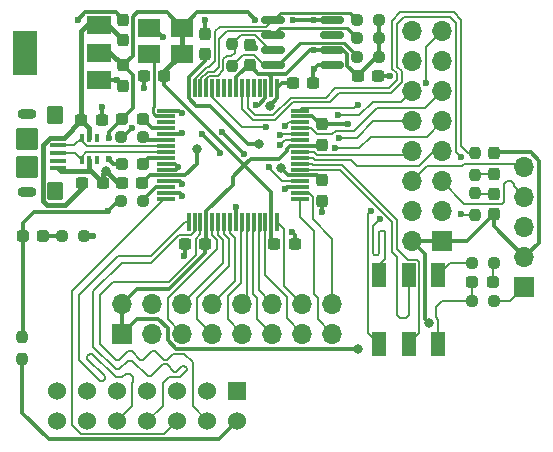
<source format=gtl>
G04 #@! TF.GenerationSoftware,KiCad,Pcbnew,7.0.8*
G04 #@! TF.CreationDate,2024-04-19T19:41:21-04:00*
G04 #@! TF.ProjectId,programmer,70726f67-7261-46d6-9d65-722e6b696361,rev?*
G04 #@! TF.SameCoordinates,Original*
G04 #@! TF.FileFunction,Copper,L1,Top*
G04 #@! TF.FilePolarity,Positive*
%FSLAX46Y46*%
G04 Gerber Fmt 4.6, Leading zero omitted, Abs format (unit mm)*
G04 Created by KiCad (PCBNEW 7.0.8) date 2024-04-19 19:41:21*
%MOMM*%
%LPD*%
G01*
G04 APERTURE LIST*
G04 Aperture macros list*
%AMRoundRect*
0 Rectangle with rounded corners*
0 $1 Rounding radius*
0 $2 $3 $4 $5 $6 $7 $8 $9 X,Y pos of 4 corners*
0 Add a 4 corners polygon primitive as box body*
4,1,4,$2,$3,$4,$5,$6,$7,$8,$9,$2,$3,0*
0 Add four circle primitives for the rounded corners*
1,1,$1+$1,$2,$3*
1,1,$1+$1,$4,$5*
1,1,$1+$1,$6,$7*
1,1,$1+$1,$8,$9*
0 Add four rect primitives between the rounded corners*
20,1,$1+$1,$2,$3,$4,$5,0*
20,1,$1+$1,$4,$5,$6,$7,0*
20,1,$1+$1,$6,$7,$8,$9,0*
20,1,$1+$1,$8,$9,$2,$3,0*%
G04 Aperture macros list end*
G04 #@! TA.AperFunction,SMDPad,CuDef*
%ADD10RoundRect,0.237500X-0.250000X-0.237500X0.250000X-0.237500X0.250000X0.237500X-0.250000X0.237500X0*%
G04 #@! TD*
G04 #@! TA.AperFunction,SMDPad,CuDef*
%ADD11RoundRect,0.237500X-0.300000X-0.237500X0.300000X-0.237500X0.300000X0.237500X-0.300000X0.237500X0*%
G04 #@! TD*
G04 #@! TA.AperFunction,ComponentPad*
%ADD12R,1.700000X1.700000*%
G04 #@! TD*
G04 #@! TA.AperFunction,ComponentPad*
%ADD13O,1.700000X1.700000*%
G04 #@! TD*
G04 #@! TA.AperFunction,SMDPad,CuDef*
%ADD14RoundRect,0.237500X-0.237500X0.250000X-0.237500X-0.250000X0.237500X-0.250000X0.237500X0.250000X0*%
G04 #@! TD*
G04 #@! TA.AperFunction,SMDPad,CuDef*
%ADD15RoundRect,0.237500X0.287500X0.237500X-0.287500X0.237500X-0.287500X-0.237500X0.287500X-0.237500X0*%
G04 #@! TD*
G04 #@! TA.AperFunction,SMDPad,CuDef*
%ADD16R,2.000000X1.500000*%
G04 #@! TD*
G04 #@! TA.AperFunction,SMDPad,CuDef*
%ADD17R,2.000000X3.800000*%
G04 #@! TD*
G04 #@! TA.AperFunction,SMDPad,CuDef*
%ADD18RoundRect,0.237500X0.237500X-0.287500X0.237500X0.287500X-0.237500X0.287500X-0.237500X-0.287500X0*%
G04 #@! TD*
G04 #@! TA.AperFunction,SMDPad,CuDef*
%ADD19RoundRect,0.237500X0.300000X0.237500X-0.300000X0.237500X-0.300000X-0.237500X0.300000X-0.237500X0*%
G04 #@! TD*
G04 #@! TA.AperFunction,SMDPad,CuDef*
%ADD20RoundRect,0.150000X-0.825000X-0.150000X0.825000X-0.150000X0.825000X0.150000X-0.825000X0.150000X0*%
G04 #@! TD*
G04 #@! TA.AperFunction,SMDPad,CuDef*
%ADD21R,1.200000X2.000000*%
G04 #@! TD*
G04 #@! TA.AperFunction,SMDPad,CuDef*
%ADD22RoundRect,0.237500X0.237500X-0.250000X0.237500X0.250000X-0.237500X0.250000X-0.237500X-0.250000X0*%
G04 #@! TD*
G04 #@! TA.AperFunction,SMDPad,CuDef*
%ADD23RoundRect,0.237500X0.250000X0.237500X-0.250000X0.237500X-0.250000X-0.237500X0.250000X-0.237500X0*%
G04 #@! TD*
G04 #@! TA.AperFunction,SMDPad,CuDef*
%ADD24RoundRect,0.237500X0.237500X-0.300000X0.237500X0.300000X-0.237500X0.300000X-0.237500X-0.300000X0*%
G04 #@! TD*
G04 #@! TA.AperFunction,SMDPad,CuDef*
%ADD25R,1.950000X1.650000*%
G04 #@! TD*
G04 #@! TA.AperFunction,SMDPad,CuDef*
%ADD26RoundRect,0.075000X-0.700000X-0.075000X0.700000X-0.075000X0.700000X0.075000X-0.700000X0.075000X0*%
G04 #@! TD*
G04 #@! TA.AperFunction,SMDPad,CuDef*
%ADD27RoundRect,0.075000X-0.075000X-0.700000X0.075000X-0.700000X0.075000X0.700000X-0.075000X0.700000X0*%
G04 #@! TD*
G04 #@! TA.AperFunction,SMDPad,CuDef*
%ADD28RoundRect,0.237500X-0.237500X0.287500X-0.237500X-0.287500X0.237500X-0.287500X0.237500X0.287500X0*%
G04 #@! TD*
G04 #@! TA.AperFunction,SMDPad,CuDef*
%ADD29RoundRect,0.237500X-0.237500X0.300000X-0.237500X-0.300000X0.237500X-0.300000X0.237500X0.300000X0*%
G04 #@! TD*
G04 #@! TA.AperFunction,SMDPad,CuDef*
%ADD30R,0.400000X0.650000*%
G04 #@! TD*
G04 #@! TA.AperFunction,SMDPad,CuDef*
%ADD31RoundRect,0.100000X-0.575000X0.100000X-0.575000X-0.100000X0.575000X-0.100000X0.575000X0.100000X0*%
G04 #@! TD*
G04 #@! TA.AperFunction,SMDPad,CuDef*
%ADD32RoundRect,0.250000X-0.450000X0.550000X-0.450000X-0.550000X0.450000X-0.550000X0.450000X0.550000X0*%
G04 #@! TD*
G04 #@! TA.AperFunction,SMDPad,CuDef*
%ADD33RoundRect,0.250000X-0.700000X0.700000X-0.700000X-0.700000X0.700000X-0.700000X0.700000X0.700000X0*%
G04 #@! TD*
G04 #@! TA.AperFunction,ComponentPad*
%ADD34O,1.600000X0.900000*%
G04 #@! TD*
G04 #@! TA.AperFunction,ComponentPad*
%ADD35R,1.530000X1.530000*%
G04 #@! TD*
G04 #@! TA.AperFunction,ComponentPad*
%ADD36C,1.530000*%
G04 #@! TD*
G04 #@! TA.AperFunction,ViaPad*
%ADD37C,0.600000*%
G04 #@! TD*
G04 #@! TA.AperFunction,ViaPad*
%ADD38C,0.800000*%
G04 #@! TD*
G04 #@! TA.AperFunction,Conductor*
%ADD39C,0.400000*%
G04 #@! TD*
G04 #@! TA.AperFunction,Conductor*
%ADD40C,0.300000*%
G04 #@! TD*
G04 #@! TA.AperFunction,Conductor*
%ADD41C,0.200000*%
G04 #@! TD*
G04 #@! TA.AperFunction,Conductor*
%ADD42C,0.127000*%
G04 #@! TD*
G04 #@! TA.AperFunction,Conductor*
%ADD43C,0.250000*%
G04 #@! TD*
G04 APERTURE END LIST*
D10*
X106487500Y-73956442D03*
X108312500Y-73956442D03*
D11*
X103096183Y-72492595D03*
X104821183Y-72492595D03*
D12*
X106560000Y-90600000D03*
D13*
X106560000Y-88060000D03*
X109100000Y-90600000D03*
X109100000Y-88060000D03*
X111640000Y-90600000D03*
X111640000Y-88060000D03*
X114180000Y-90600000D03*
X114180000Y-88060000D03*
X116720000Y-90600000D03*
X116720000Y-88060000D03*
X119260000Y-90600000D03*
X119260000Y-88060000D03*
X121800000Y-90600000D03*
X121800000Y-88060000D03*
X124340000Y-90600000D03*
X124340000Y-88060000D03*
D14*
X136400000Y-78700000D03*
X136400000Y-80525000D03*
D15*
X99868514Y-82330000D03*
X98118514Y-82330000D03*
D16*
X104618135Y-69099840D03*
X104618135Y-66799840D03*
X104618135Y-64499840D03*
D17*
X98318135Y-66799840D03*
D10*
X106478919Y-79322778D03*
X108303919Y-79322778D03*
D15*
X108270350Y-72400000D03*
X106520350Y-72400000D03*
D11*
X121000000Y-69400000D03*
X122725000Y-69400000D03*
D18*
X138000000Y-77087500D03*
X138000000Y-75337500D03*
D15*
X108279730Y-76190619D03*
X106529730Y-76190619D03*
D11*
X126475000Y-68800000D03*
X128200000Y-68800000D03*
D19*
X113600000Y-83000000D03*
X111875000Y-83000000D03*
D10*
X126462500Y-64000000D03*
X128287500Y-64000000D03*
D20*
X119325000Y-64032500D03*
X119325000Y-65302500D03*
X119325000Y-66572500D03*
X119325000Y-67842500D03*
X124275000Y-67842500D03*
X124275000Y-66572500D03*
X124275000Y-65302500D03*
X124275000Y-64032500D03*
D21*
X128300000Y-85628958D03*
X130800000Y-85628958D03*
X133300000Y-85628958D03*
X128300000Y-91428958D03*
X130800000Y-91428958D03*
X133300000Y-91428958D03*
D22*
X136400000Y-77125000D03*
X136400000Y-75300000D03*
D10*
X136175000Y-84612500D03*
X138000000Y-84612500D03*
D12*
X133604533Y-82775466D03*
D13*
X131064533Y-82775466D03*
X133604533Y-80235466D03*
X131064533Y-80235466D03*
X133604533Y-77695466D03*
X131064533Y-77695466D03*
X133604533Y-75155466D03*
X131064533Y-75155466D03*
X133604533Y-72615466D03*
X131064533Y-72615466D03*
X133604533Y-70075466D03*
X131064533Y-70075466D03*
X133604533Y-67535466D03*
X131064533Y-67535466D03*
X133604533Y-64995466D03*
X131064533Y-64995466D03*
D23*
X138000000Y-87812500D03*
X136175000Y-87812500D03*
D22*
X115860061Y-67902961D03*
X115860061Y-66077961D03*
D24*
X123483656Y-74599805D03*
X123483656Y-72874805D03*
D10*
X101468514Y-82330000D03*
X103293514Y-82330000D03*
X126462500Y-65600000D03*
X128287500Y-65600000D03*
D24*
X113587129Y-66922561D03*
X113587129Y-65197561D03*
D11*
X119437500Y-83000000D03*
X121162500Y-83000000D03*
D25*
X111600000Y-64700000D03*
X108850000Y-64700000D03*
X108850000Y-66900000D03*
X111600000Y-66900000D03*
D19*
X108262500Y-77800000D03*
X106537500Y-77800000D03*
D11*
X108387500Y-68800000D03*
X110112500Y-68800000D03*
D10*
X126462500Y-67200000D03*
X128287500Y-67200000D03*
D15*
X137950000Y-86212500D03*
X136200000Y-86212500D03*
D26*
X110250000Y-71700000D03*
X110250000Y-72200000D03*
X110250000Y-72700000D03*
X110250000Y-73200000D03*
X110250000Y-73700000D03*
X110250000Y-74200000D03*
X110250000Y-74700000D03*
X110250000Y-75200000D03*
X110250000Y-75700000D03*
X110250000Y-76200000D03*
X110250000Y-76700000D03*
X110250000Y-77200000D03*
X110250000Y-77700000D03*
X110250000Y-78200000D03*
X110250000Y-78700000D03*
X110250000Y-79200000D03*
D27*
X112175000Y-81125000D03*
X112675000Y-81125000D03*
X113175000Y-81125000D03*
X113675000Y-81125000D03*
X114175000Y-81125000D03*
X114675000Y-81125000D03*
X115175000Y-81125000D03*
X115675000Y-81125000D03*
X116175000Y-81125000D03*
X116675000Y-81125000D03*
X117175000Y-81125000D03*
X117675000Y-81125000D03*
X118175000Y-81125000D03*
X118675000Y-81125000D03*
X119175000Y-81125000D03*
X119675000Y-81125000D03*
D26*
X121600000Y-79200000D03*
X121600000Y-78700000D03*
X121600000Y-78200000D03*
X121600000Y-77700000D03*
X121600000Y-77200000D03*
X121600000Y-76700000D03*
X121600000Y-76200000D03*
X121600000Y-75700000D03*
X121600000Y-75200000D03*
X121600000Y-74700000D03*
X121600000Y-74200000D03*
X121600000Y-73700000D03*
X121600000Y-73200000D03*
X121600000Y-72700000D03*
X121600000Y-72200000D03*
X121600000Y-71700000D03*
D27*
X119675000Y-69775000D03*
X119175000Y-69775000D03*
X118675000Y-69775000D03*
X118175000Y-69775000D03*
X117675000Y-69775000D03*
X117175000Y-69775000D03*
X116675000Y-69775000D03*
X116175000Y-69775000D03*
X115675000Y-69775000D03*
X115175000Y-69775000D03*
X114675000Y-69775000D03*
X114175000Y-69775000D03*
X113675000Y-69775000D03*
X113175000Y-69775000D03*
X112675000Y-69775000D03*
X112175000Y-69775000D03*
D28*
X138000000Y-78737500D03*
X138000000Y-80487500D03*
D29*
X123464137Y-77624011D03*
X123464137Y-79349011D03*
D24*
X106600000Y-65725000D03*
X106600000Y-64000000D03*
X117334625Y-67851973D03*
X117334625Y-66126973D03*
D11*
X103158683Y-77800000D03*
X104883683Y-77800000D03*
D30*
X103121183Y-75892595D03*
X103771183Y-75892595D03*
X104421183Y-75892595D03*
X104421183Y-73992595D03*
X103771183Y-73992595D03*
X103121183Y-73992595D03*
D29*
X106606486Y-67884316D03*
X106606486Y-69609316D03*
D31*
X101125000Y-74008885D03*
X101125000Y-74658885D03*
X101125000Y-75308885D03*
X101125000Y-75958885D03*
X101125000Y-76608885D03*
D32*
X100900000Y-72108885D03*
X100900000Y-78508885D03*
D33*
X98450000Y-74108885D03*
X98450000Y-76508885D03*
D34*
X98450000Y-72008885D03*
X98450000Y-78608885D03*
D22*
X98100000Y-92712500D03*
X98100000Y-90887500D03*
D12*
X140600000Y-86632500D03*
D13*
X140600000Y-84092500D03*
X140600000Y-81552500D03*
X140600000Y-79012500D03*
X140600000Y-76472500D03*
D35*
X116300000Y-95460000D03*
D36*
X116300000Y-98000000D03*
X113760000Y-95460000D03*
X113760000Y-98000000D03*
X111220000Y-95460000D03*
X111220000Y-98000000D03*
X108680000Y-95460000D03*
X108680000Y-98000000D03*
X106140000Y-95460000D03*
X106140000Y-98000000D03*
X103600000Y-95460000D03*
X103600000Y-98000000D03*
X101060000Y-95460000D03*
X101060000Y-98000000D03*
D37*
X117808182Y-66442642D03*
X120320000Y-78360000D03*
X111620000Y-77910000D03*
X123473911Y-80326089D03*
X111610000Y-73570000D03*
X111570000Y-71950000D03*
X113600000Y-64049500D03*
X113300000Y-73700000D03*
X102800000Y-64000000D03*
X111300000Y-76500000D03*
X114800000Y-75300000D03*
X116170000Y-79880000D03*
X104800000Y-71400000D03*
X125700000Y-72800000D03*
X129200000Y-68800000D03*
X104087028Y-82330000D03*
X110000000Y-65500000D03*
X107400000Y-73200000D03*
D38*
X105200000Y-76800000D03*
D37*
X117910000Y-71230000D03*
X120899500Y-82018105D03*
X106097170Y-69100000D03*
X111630000Y-78900000D03*
X108400000Y-69800000D03*
X115000000Y-73500000D03*
X116900000Y-75400000D03*
X111800000Y-84000000D03*
X122800000Y-68200000D03*
D38*
X132500000Y-89700000D03*
D37*
X105340000Y-80190000D03*
X117800000Y-64037000D03*
X122800000Y-64032000D03*
D38*
X126550000Y-91850000D03*
D37*
X105400000Y-74000000D03*
X121000000Y-64031500D03*
X122800000Y-66600000D03*
X105400000Y-75799500D03*
D38*
X119053661Y-71332335D03*
X119999500Y-76600000D03*
X118100000Y-74500000D03*
X112900000Y-75000000D03*
D37*
X128376089Y-80923911D03*
X127626089Y-80173911D03*
X119899726Y-74647444D03*
X124600000Y-74900500D03*
X119899674Y-73799674D03*
X124943665Y-74000000D03*
X124800000Y-72099500D03*
X120303911Y-73043911D03*
X126500000Y-71200000D03*
X135200000Y-80500000D03*
X135200000Y-75600000D03*
X119000000Y-76500000D03*
X132292193Y-69399500D03*
X118700000Y-73099500D03*
D39*
X99800000Y-74601777D02*
X99800000Y-79328125D01*
X100180760Y-79708885D02*
X101724798Y-79708885D01*
X100392892Y-74008885D02*
X99800000Y-74601777D01*
X105374840Y-64499840D02*
X104618135Y-64499840D01*
X99800000Y-79328125D02*
X100180760Y-79708885D01*
X103550160Y-64499840D02*
X104618135Y-64499840D01*
X106600000Y-65725000D02*
X105374840Y-64499840D01*
X101579893Y-74008885D02*
X103096183Y-72492595D01*
X103096183Y-64953817D02*
X103550160Y-64499840D01*
X103771183Y-73167595D02*
X103096183Y-72492595D01*
X101125000Y-74008885D02*
X100392892Y-74008885D01*
X101724798Y-79708885D02*
X103158683Y-78275000D01*
X103771183Y-73992595D02*
X103771183Y-73167595D01*
X103158683Y-78275000D02*
X103158683Y-77800000D01*
X103096183Y-72492595D02*
X103096183Y-64953817D01*
X101125000Y-74008885D02*
X101579893Y-74008885D01*
X106537500Y-77800000D02*
X106200000Y-77800000D01*
X106200000Y-77800000D02*
X105200000Y-76800000D01*
D40*
X111000000Y-76200000D02*
X110250000Y-76200000D01*
X111875000Y-83000000D02*
X111875000Y-83925000D01*
X111875000Y-83925000D02*
X111800000Y-84000000D01*
X118675000Y-70651042D02*
X118675000Y-69775000D01*
X117650294Y-66442642D02*
X117334625Y-66126973D01*
X111570000Y-71950000D02*
X111320000Y-71700000D01*
D39*
X103892568Y-76808885D02*
X104883683Y-77800000D01*
D40*
X106000000Y-63400000D02*
X103400000Y-63400000D01*
X122725000Y-69400000D02*
X122725000Y-68275000D01*
X124275000Y-67842500D02*
X123157500Y-67842500D01*
X108387500Y-68800000D02*
X108387500Y-69787500D01*
X111480000Y-73700000D02*
X110250000Y-73700000D01*
X113587129Y-64062371D02*
X113587129Y-65197561D01*
D39*
X104883683Y-77116317D02*
X105200000Y-76800000D01*
D40*
X120480000Y-78200000D02*
X121600000Y-78200000D01*
X106600000Y-64000000D02*
X106000000Y-63400000D01*
X116170000Y-79880000D02*
X116175000Y-79885000D01*
D39*
X101325000Y-76808885D02*
X103892568Y-76808885D01*
D40*
X125625195Y-72874805D02*
X123483656Y-72874805D01*
X117910000Y-71230000D02*
X118096042Y-71230000D01*
X114800000Y-75200000D02*
X113300000Y-73700000D01*
X121600000Y-72200000D02*
X122624426Y-72200000D01*
D39*
X103771183Y-75892595D02*
X103771183Y-76687500D01*
D40*
X120320000Y-78360000D02*
X120480000Y-78200000D01*
X106487500Y-73956442D02*
X106643558Y-73956442D01*
X114800000Y-75300000D02*
X114800000Y-75200000D01*
X125700000Y-72800000D02*
X125625195Y-72874805D01*
X116175000Y-79885000D02*
X116175000Y-81125000D01*
X123299231Y-72874805D02*
X123483656Y-72874805D01*
X111320000Y-71700000D02*
X110250000Y-71700000D01*
X102975000Y-82330000D02*
X103768514Y-82330000D01*
X117808182Y-66442642D02*
X117650294Y-66442642D01*
X111300000Y-76500000D02*
X111000000Y-76200000D01*
X104821183Y-72492595D02*
X104821183Y-71421183D01*
D39*
X103771183Y-76687500D02*
X103892568Y-76808885D01*
D40*
X122725000Y-68275000D02*
X122800000Y-68200000D01*
X121162500Y-83000000D02*
X121162500Y-82281105D01*
X113600000Y-64049500D02*
X113587129Y-64062371D01*
X128200000Y-68800000D02*
X129200000Y-68800000D01*
X111300000Y-76500000D02*
X111100000Y-76700000D01*
X123473911Y-80326089D02*
X123473911Y-79358785D01*
X108850000Y-64700000D02*
X109200000Y-64700000D01*
X106606486Y-69609316D02*
X106097170Y-69100000D01*
X123157500Y-67842500D02*
X122800000Y-68200000D01*
X121162500Y-82281105D02*
X120899500Y-82018105D01*
X104618135Y-69099840D02*
X104618295Y-69100000D01*
X116900000Y-75400000D02*
X115000000Y-73500000D01*
X109200000Y-64700000D02*
X110000000Y-65500000D01*
D39*
X101125000Y-76608885D02*
X101325000Y-76808885D01*
D40*
X108387500Y-69787500D02*
X108400000Y-69800000D01*
X111410000Y-77700000D02*
X110250000Y-77700000D01*
D39*
X104883683Y-77800000D02*
X104883683Y-77116317D01*
D40*
X106643558Y-73956442D02*
X107400000Y-73200000D01*
X111610000Y-73570000D02*
X111480000Y-73700000D01*
X111100000Y-76700000D02*
X110250000Y-76700000D01*
X122624426Y-72200000D02*
X123299231Y-72874805D01*
X104821183Y-71421183D02*
X104800000Y-71400000D01*
X111430000Y-78700000D02*
X110250000Y-78700000D01*
X111630000Y-78900000D02*
X111430000Y-78700000D01*
X118096042Y-71230000D02*
X118675000Y-70651042D01*
X104618295Y-69100000D02*
X106097170Y-69100000D01*
X103400000Y-63400000D02*
X102800000Y-64000000D01*
X111620000Y-77910000D02*
X111410000Y-77700000D01*
X123473911Y-79358785D02*
X123464137Y-79349011D01*
X110511396Y-86850000D02*
X107770000Y-86850000D01*
X138000000Y-81492500D02*
X138000000Y-80487500D01*
X125600000Y-66922500D02*
X125600000Y-67925000D01*
X119175000Y-68898958D02*
X118876042Y-68600000D01*
X106606486Y-67884316D02*
X107425000Y-67065802D01*
X132150000Y-83860933D02*
X132150000Y-89350000D01*
X98150000Y-81200000D02*
X98150000Y-90837500D01*
X112900000Y-63400000D02*
X111600000Y-64700000D01*
X131064533Y-82775466D02*
X133604533Y-82775466D01*
X117800000Y-64037000D02*
X117163000Y-63400000D01*
X135712034Y-82775466D02*
X138000000Y-80487500D01*
X141810000Y-75940000D02*
X141120000Y-75250000D01*
X113600000Y-83761396D02*
X110511396Y-86850000D01*
X128075000Y-67200000D02*
X126475000Y-68800000D01*
X120475000Y-75125000D02*
X119800000Y-75800000D01*
X123483656Y-74599805D02*
X123383461Y-74700000D01*
D39*
X110112500Y-68387500D02*
X111600000Y-66900000D01*
D40*
X125600000Y-67925000D02*
X126475000Y-68800000D01*
X122431648Y-66600000D02*
X120431648Y-68600000D01*
X105791119Y-76190619D02*
X105400000Y-75799500D01*
X124275000Y-66572500D02*
X125250000Y-66572500D01*
X122800000Y-64032000D02*
X121000500Y-64032000D01*
X110400000Y-90140000D02*
X109610000Y-89350000D01*
X131064533Y-82135467D02*
X131064533Y-82775466D01*
X119800000Y-75800000D02*
X117419239Y-75800000D01*
X116891533Y-76327706D02*
X116872294Y-76327706D01*
X141810000Y-82882500D02*
X141810000Y-75940000D01*
X113675000Y-80248958D02*
X115900000Y-78023958D01*
X116344588Y-75800000D02*
X115394588Y-74850000D01*
X121600000Y-74700000D02*
X120723958Y-74700000D01*
X128287500Y-67200000D02*
X128287500Y-65600000D01*
D39*
X104618135Y-66799840D02*
X105522010Y-66799840D01*
D40*
X122800000Y-66600000D02*
X122431648Y-66600000D01*
X105400000Y-74000000D02*
X105400000Y-73520350D01*
X140600000Y-84092500D02*
X141810000Y-82882500D01*
X105271115Y-80258885D02*
X99091115Y-80258885D01*
X120431648Y-68600000D02*
X118876042Y-68600000D01*
D39*
X105522010Y-66799840D02*
X106606486Y-67884316D01*
D40*
X113675000Y-81125000D02*
X113675000Y-80248958D01*
X106520350Y-72400000D02*
X107431486Y-71488864D01*
X107425000Y-67065802D02*
X107425000Y-63775000D01*
X125250000Y-66572500D02*
X125600000Y-66922500D01*
X117258027Y-67851973D02*
X117334625Y-67851973D01*
X131064533Y-82775466D02*
X132150000Y-83860933D01*
X133604533Y-82775466D02*
X135712034Y-82775466D01*
D39*
X110112500Y-68800000D02*
X110112500Y-68387500D01*
D40*
X120475000Y-74948958D02*
X120475000Y-75125000D01*
X113675000Y-82925000D02*
X113600000Y-83000000D01*
X113675000Y-81125000D02*
X113675000Y-82925000D01*
X111122295Y-91850000D02*
X110400000Y-91127705D01*
X106207222Y-79322778D02*
X106478919Y-79322778D01*
X107770000Y-86850000D02*
X106560000Y-88060000D01*
X141120000Y-75250000D02*
X138087500Y-75250000D01*
X124275000Y-64032500D02*
X122800500Y-64032500D01*
X120723958Y-74700000D02*
X120475000Y-74948958D01*
X128287500Y-65600000D02*
X128287500Y-64000000D01*
X115394588Y-74850000D02*
X113675000Y-73130412D01*
X105400000Y-73520350D02*
X106520350Y-72400000D01*
X107800000Y-63400000D02*
X110300000Y-63400000D01*
X119175000Y-81125000D02*
X119175000Y-78630412D01*
X140600000Y-84092500D02*
X138000000Y-81492500D01*
X115900000Y-77319239D02*
X116891533Y-76327706D01*
X105340000Y-80190000D02*
X106207222Y-79322778D01*
X116460000Y-68650000D02*
X117258027Y-67851973D01*
X107810000Y-89350000D02*
X106560000Y-90600000D01*
X118876042Y-68600000D02*
X118082652Y-68600000D01*
X105340000Y-80190000D02*
X105271115Y-80258885D01*
X122800000Y-66600000D02*
X122827500Y-66572500D01*
X106529730Y-76190619D02*
X105791119Y-76190619D01*
X113600000Y-83000000D02*
X113600000Y-83761396D01*
X116891533Y-76327706D02*
X116541533Y-75977706D01*
X116541533Y-75977706D02*
X116522294Y-75977706D01*
X116423958Y-68650000D02*
X116460000Y-68650000D01*
X107431486Y-68709316D02*
X106606486Y-67884316D01*
X126550000Y-91850000D02*
X111122295Y-91850000D01*
X123383461Y-74700000D02*
X121600000Y-74700000D01*
X107425000Y-63775000D02*
X107800000Y-63400000D01*
X121000500Y-64032000D02*
X121000000Y-64031500D01*
X98150000Y-90837500D02*
X98100000Y-90887500D01*
D39*
X111600000Y-66900000D02*
X111600000Y-64700000D01*
D40*
X115900000Y-78023958D02*
X115900000Y-77319239D01*
X118082652Y-68600000D02*
X117334625Y-67851973D01*
X110300000Y-63400000D02*
X111600000Y-64700000D01*
X119175000Y-78630412D02*
X116344588Y-75800000D01*
X117163000Y-63400000D02*
X112900000Y-63400000D01*
X138087500Y-75250000D02*
X138000000Y-75337500D01*
X107431486Y-71488864D02*
X107431486Y-68709316D01*
X119437500Y-83000000D02*
X119175000Y-82737500D01*
X122827500Y-66572500D02*
X124275000Y-66572500D01*
X119175000Y-82737500D02*
X119175000Y-81125000D01*
X99091115Y-80258885D02*
X98150000Y-81200000D01*
X122800500Y-64032500D02*
X122800000Y-64032000D01*
X110112500Y-69567912D02*
X110112500Y-68800000D01*
X109610000Y-89350000D02*
X107810000Y-89350000D01*
X113675000Y-73130412D02*
X110112500Y-69567912D01*
X128287500Y-67200000D02*
X128075000Y-67200000D01*
X117419239Y-75800000D02*
X116891533Y-76327706D01*
X119175000Y-69775000D02*
X119175000Y-68898958D01*
X106560000Y-88060000D02*
X106560000Y-90600000D01*
X116175000Y-68898958D02*
X116423958Y-68650000D01*
X110400000Y-91127705D02*
X110400000Y-90140000D01*
X132150000Y-89350000D02*
X132500000Y-89700000D01*
X116175000Y-69775000D02*
X116175000Y-68898958D01*
X111900000Y-77200000D02*
X110250000Y-77200000D01*
X112900000Y-75000000D02*
X112900000Y-76200000D01*
X112800000Y-71300000D02*
X112175000Y-70675000D01*
X117200000Y-74500000D02*
X114000000Y-71300000D01*
X112175000Y-70675000D02*
X112175000Y-69775000D01*
X114000000Y-71300000D02*
X112800000Y-71300000D01*
X123040126Y-77200000D02*
X121600000Y-77200000D01*
X120599500Y-77200000D02*
X119999500Y-76600000D01*
X112175000Y-69775000D02*
X112175000Y-68898958D01*
X120050000Y-69400000D02*
X119675000Y-69775000D01*
X119675000Y-69775000D02*
X119675000Y-70651042D01*
X123464137Y-77624011D02*
X123040126Y-77200000D01*
X118100000Y-74500000D02*
X117200000Y-74500000D01*
X119675000Y-70651042D02*
X119026042Y-71300000D01*
X112900000Y-76200000D02*
X111900000Y-77200000D01*
X108862500Y-77200000D02*
X108262500Y-77800000D01*
X119021326Y-71300000D02*
X119053661Y-71332335D01*
X112175000Y-68898958D02*
X113587129Y-67486829D01*
X110250000Y-77200000D02*
X108862500Y-77200000D01*
X121000000Y-69400000D02*
X120050000Y-69400000D01*
X119026042Y-71300000D02*
X119021326Y-71300000D01*
X121600000Y-77200000D02*
X120599500Y-77200000D01*
X113587129Y-67486829D02*
X113587129Y-66922561D01*
X101150000Y-82330000D02*
X99550000Y-82330000D01*
D41*
X136437500Y-77087500D02*
X136400000Y-77125000D01*
X138000000Y-77087500D02*
X136437500Y-77087500D01*
X138000000Y-78737500D02*
X136437500Y-78737500D01*
X136437500Y-78737500D02*
X136400000Y-78700000D01*
X137950000Y-86212500D02*
X137950000Y-84662500D01*
X137950000Y-84662500D02*
X138000000Y-84612500D01*
X133612500Y-87812500D02*
X136175000Y-87812500D01*
X136200000Y-87787500D02*
X136175000Y-87812500D01*
X133100000Y-89200000D02*
X133100000Y-88325000D01*
X133300000Y-91428958D02*
X133300000Y-89400000D01*
X133300000Y-89400000D02*
X133100000Y-89200000D01*
X133100000Y-88325000D02*
X133612500Y-87812500D01*
X136200000Y-86212500D02*
X136200000Y-87787500D01*
D40*
X110250000Y-73200000D02*
X109070350Y-73200000D01*
X109070350Y-73200000D02*
X108270350Y-72400000D01*
X108770349Y-75700000D02*
X110250000Y-75700000D01*
X108279730Y-76190619D02*
X108770349Y-75700000D01*
D41*
X102454893Y-74658885D02*
X103121183Y-73992595D01*
X103535030Y-74731442D02*
X103121183Y-74317595D01*
X103121183Y-74317595D02*
X103121183Y-73992595D01*
X110250000Y-74700000D02*
X110218558Y-74731442D01*
X110218558Y-74731442D02*
X103535030Y-74731442D01*
X101125000Y-74658885D02*
X102454893Y-74658885D01*
X101125000Y-75308885D02*
X102537473Y-75308885D01*
X102537473Y-75308885D02*
X103121183Y-75892595D01*
X110250000Y-75200000D02*
X103514514Y-75200000D01*
X103514514Y-75200000D02*
X103121183Y-75593331D01*
X103121183Y-75593331D02*
X103121183Y-75892595D01*
D40*
X98100000Y-97300000D02*
X100350000Y-99550000D01*
X114750000Y-99550000D02*
X116300000Y-98000000D01*
X98100000Y-92712500D02*
X98100000Y-97300000D01*
X100350000Y-99550000D02*
X114750000Y-99550000D01*
D41*
X111800000Y-92300000D02*
X112500000Y-93000000D01*
X109350000Y-92100000D02*
X110050000Y-92800000D01*
X108350000Y-92800000D02*
X109050000Y-92100000D01*
X113175000Y-81125000D02*
X113175000Y-82127360D01*
X109050000Y-92100000D02*
X109350000Y-92100000D01*
X112500000Y-93000000D02*
X112500000Y-96740000D01*
X110490000Y-86235000D02*
X105765000Y-86235000D01*
X107000000Y-92100000D02*
X107350000Y-92100000D01*
X106000000Y-92800000D02*
X106300000Y-92800000D01*
X105765000Y-86235000D02*
X104700000Y-87300000D01*
X110850000Y-92300000D02*
X111800000Y-92300000D01*
X112762500Y-83962500D02*
X110490000Y-86235000D01*
X113175000Y-82127360D02*
X112762500Y-82539860D01*
X107350000Y-92100000D02*
X108050000Y-92800000D01*
X106300000Y-92800000D02*
X107000000Y-92100000D01*
X108050000Y-92800000D02*
X108350000Y-92800000D01*
X112500000Y-96740000D02*
X113760000Y-98000000D01*
X110050000Y-92800000D02*
X110350000Y-92800000D01*
X112762500Y-82539860D02*
X112762500Y-83962500D01*
X104700000Y-91500000D02*
X106000000Y-92800000D01*
X104700000Y-87300000D02*
X104700000Y-91500000D01*
X110350000Y-92800000D02*
X110850000Y-92300000D01*
X102300000Y-98349668D02*
X103050332Y-99100000D01*
X110100000Y-79200000D02*
X102300000Y-87000000D01*
X102300000Y-87000000D02*
X102300000Y-98349668D01*
X110250000Y-79200000D02*
X110100000Y-79200000D01*
X110120000Y-99100000D02*
X111220000Y-98000000D01*
X103050332Y-99100000D02*
X110120000Y-99100000D01*
X104100000Y-87000000D02*
X104100000Y-91700000D01*
X110900000Y-93800000D02*
X111100000Y-93800000D01*
X106000000Y-93600000D02*
X106300000Y-93600000D01*
X111400000Y-94300000D02*
X112000000Y-93700000D01*
X108977360Y-84600000D02*
X106500000Y-84600000D01*
X110000000Y-94800000D02*
X110500000Y-94300000D01*
X112000000Y-93500000D02*
X112000000Y-93700000D01*
X111800000Y-93300000D02*
X112000000Y-93500000D01*
X112380330Y-82225000D02*
X111352360Y-82225000D01*
X111600000Y-93300000D02*
X111800000Y-93300000D01*
X110300000Y-93200000D02*
X110900000Y-93800000D01*
X111100000Y-93800000D02*
X111600000Y-93300000D01*
X112675000Y-81125000D02*
X112675000Y-81930330D01*
X106500000Y-84600000D02*
X104100000Y-87000000D01*
X107000000Y-92900000D02*
X107400000Y-92900000D01*
X108680000Y-98000000D02*
X110000000Y-96680000D01*
X112675000Y-81930330D02*
X112380330Y-82225000D01*
X109000000Y-94200000D02*
X110000000Y-93200000D01*
X111352360Y-82225000D02*
X108977360Y-84600000D01*
X104100000Y-91700000D02*
X106000000Y-93600000D01*
X106300000Y-93600000D02*
X107000000Y-92900000D01*
X110500000Y-94300000D02*
X111400000Y-94300000D01*
X107400000Y-92900000D02*
X108700000Y-94200000D01*
X110000000Y-93200000D02*
X110300000Y-93200000D01*
X110000000Y-96680000D02*
X110000000Y-94800000D01*
X108700000Y-94200000D02*
X109000000Y-94200000D01*
X104900000Y-94600000D02*
X104700000Y-94600000D01*
X107400000Y-96740000D02*
X107400000Y-94800000D01*
X106850000Y-94000000D02*
X106550000Y-94300000D01*
X102900000Y-92800000D02*
X102900000Y-87300000D01*
X106200000Y-84000000D02*
X109000000Y-84000000D01*
X102900000Y-87300000D02*
X106200000Y-84000000D01*
X106000000Y-94300000D02*
X104000000Y-92300000D01*
X107200000Y-94000000D02*
X106850000Y-94000000D01*
X105100000Y-94400000D02*
X104900000Y-94600000D01*
X110000000Y-83000000D02*
X110011674Y-83000000D01*
X105100000Y-94200000D02*
X105100000Y-94400000D01*
X111886674Y-81125000D02*
X112175000Y-81125000D01*
X110011674Y-83000000D02*
X111886674Y-81125000D01*
X107400000Y-94800000D02*
X107500000Y-94700000D01*
X106550000Y-94300000D02*
X106000000Y-94300000D01*
X103800000Y-92300000D02*
X103600000Y-92500000D01*
X103600000Y-92700000D02*
X105100000Y-94200000D01*
X103600000Y-92500000D02*
X103600000Y-92700000D01*
X107500000Y-94700000D02*
X107500000Y-94300000D01*
X104000000Y-92300000D02*
X103800000Y-92300000D01*
X104700000Y-94600000D02*
X102900000Y-92800000D01*
X106140000Y-98000000D02*
X107400000Y-96740000D01*
X107500000Y-94300000D02*
X107200000Y-94000000D01*
X109000000Y-84000000D02*
X110000000Y-83000000D01*
D42*
X118757500Y-64600000D02*
X119325000Y-64032500D01*
X112992868Y-68736500D02*
X113729368Y-68000000D01*
X113729368Y-68000000D02*
X113937552Y-68000000D01*
X112675000Y-69775000D02*
X112675000Y-69021288D01*
D43*
X125869500Y-63407000D02*
X119950500Y-63407000D01*
D42*
X114400000Y-65000000D02*
X114800000Y-64600000D01*
X112959788Y-68736500D02*
X112992868Y-68736500D01*
X114400000Y-67537552D02*
X114400000Y-65000000D01*
D43*
X119950500Y-63407000D02*
X119325000Y-64032500D01*
D42*
X113937552Y-68000000D02*
X114400000Y-67537552D01*
D43*
X126462500Y-64000000D02*
X125869500Y-63407000D01*
D42*
X112675000Y-69021288D02*
X112959788Y-68736500D01*
X114800000Y-64600000D02*
X118757500Y-64600000D01*
D43*
X125540000Y-64677500D02*
X119950000Y-64677500D01*
D42*
X114727000Y-65673000D02*
X115401027Y-64998973D01*
D43*
X126462500Y-65600000D02*
X125540000Y-64677500D01*
D42*
X113796288Y-68400000D02*
X114300000Y-68400000D01*
D43*
X119950000Y-64677500D02*
X119325000Y-65302500D01*
D42*
X113175000Y-69021288D02*
X113796288Y-68400000D01*
X114727000Y-67973000D02*
X114727000Y-65673000D01*
X119021473Y-64998973D02*
X119325000Y-65302500D01*
X115401027Y-64998973D02*
X119021473Y-64998973D01*
X113175000Y-69775000D02*
X113175000Y-69021288D01*
X114300000Y-68400000D02*
X114727000Y-67973000D01*
D41*
X139420000Y-87812500D02*
X140600000Y-86632500D01*
X138000000Y-87812500D02*
X139420000Y-87812500D01*
X139700000Y-78112500D02*
X140600000Y-79012500D01*
X128300000Y-82000000D02*
X128400000Y-81900000D01*
X127800000Y-81500000D02*
X128376089Y-80923911D01*
X127800000Y-83800000D02*
X127900000Y-83900000D01*
X135520135Y-79611068D02*
X138700000Y-79611068D01*
X128300000Y-83800000D02*
X128200000Y-83900000D01*
X139100000Y-77700000D02*
X139500000Y-77700000D01*
X139700000Y-77900000D02*
X139700000Y-78112500D01*
X128200000Y-83900000D02*
X127900000Y-83900000D01*
X138700000Y-79611068D02*
X138900000Y-79411068D01*
X128700000Y-81900000D02*
X128400000Y-81900000D01*
X138900000Y-77900000D02*
X139100000Y-77700000D01*
X128300000Y-85628958D02*
X128300000Y-84750000D01*
X128300000Y-82000000D02*
X128300000Y-83750000D01*
X139500000Y-77700000D02*
X139700000Y-77900000D01*
X133604533Y-77695466D02*
X135520135Y-79611068D01*
X128800000Y-82000000D02*
X128700000Y-81900000D01*
X127800000Y-83750000D02*
X127800000Y-81500000D01*
X128300000Y-84750000D02*
X128800000Y-84250000D01*
X138900000Y-79411068D02*
X138900000Y-77900000D01*
X128800000Y-84250000D02*
X128800000Y-82000000D01*
X127400000Y-90528958D02*
X128300000Y-91428958D01*
X140327500Y-76200000D02*
X135500000Y-76200000D01*
X135500000Y-76200000D02*
X135300000Y-76400000D01*
X127400000Y-80400000D02*
X127400000Y-90528958D01*
X140600000Y-76472500D02*
X140327500Y-76200000D01*
X127626089Y-80173911D02*
X127400000Y-80400000D01*
X132359999Y-76400000D02*
X131064533Y-77695466D01*
X135300000Y-76400000D02*
X132359999Y-76400000D01*
X122880280Y-75900000D02*
X122680279Y-75700000D01*
X125900000Y-75900000D02*
X122880280Y-75900000D01*
X122680279Y-75700000D02*
X121600000Y-75700000D01*
X132944534Y-75155466D02*
X131700000Y-76400000D01*
X133604533Y-75155466D02*
X132944534Y-75155466D01*
X126400000Y-76400000D02*
X125900000Y-75900000D01*
X131700000Y-76400000D02*
X126400000Y-76400000D01*
X131064533Y-75155466D02*
X130719999Y-75500000D01*
X122745965Y-75200000D02*
X121600000Y-75200000D01*
X130719999Y-75500000D02*
X123045965Y-75500000D01*
X123045965Y-75500000D02*
X122745965Y-75200000D01*
X119899726Y-74647444D02*
X120347170Y-74200000D01*
X127600000Y-73900000D02*
X132319999Y-73900000D01*
X124600000Y-74900500D02*
X126599500Y-74900500D01*
X126599500Y-74900500D02*
X127600000Y-73900000D01*
X132319999Y-73900000D02*
X133604533Y-72615466D01*
X120347170Y-74200000D02*
X121600000Y-74200000D01*
X119999348Y-73700000D02*
X121600000Y-73700000D01*
X126400000Y-74000000D02*
X124943665Y-74000000D01*
X131064533Y-72615466D02*
X127784534Y-72615466D01*
X119899674Y-73799674D02*
X119999348Y-73700000D01*
X127784534Y-72615466D02*
X126400000Y-74000000D01*
X126200000Y-73400000D02*
X128140000Y-71460000D01*
X132219999Y-71460000D02*
X133604533Y-70075466D01*
X124662930Y-73400000D02*
X126200000Y-73400000D01*
X128140000Y-71460000D02*
X132219999Y-71460000D01*
X124350625Y-73712305D02*
X124662930Y-73400000D01*
X121600000Y-73200000D02*
X122500000Y-73200000D01*
X123012305Y-73712305D02*
X124350625Y-73712305D01*
X122500000Y-73200000D02*
X123012305Y-73712305D01*
X130164999Y-70975000D02*
X131064533Y-70075466D01*
X124800000Y-72099500D02*
X124800500Y-72100000D01*
X124800500Y-72100000D02*
X126634314Y-72100000D01*
X127759314Y-70975000D02*
X130164999Y-70975000D01*
X120303911Y-73043911D02*
X120647822Y-72700000D01*
X120647822Y-72700000D02*
X121600000Y-72700000D01*
X126634314Y-72100000D02*
X127759314Y-70975000D01*
X121800000Y-71500000D02*
X124800000Y-71500000D01*
X124800000Y-71500000D02*
X126200000Y-71500000D01*
X126200000Y-71500000D02*
X126500000Y-71200000D01*
X121600000Y-71700000D02*
X121800000Y-71500000D01*
X114175000Y-81125000D02*
X114175000Y-82277360D01*
X114600000Y-82702360D02*
X114600000Y-83400000D01*
X110400000Y-87600000D02*
X110400000Y-89360000D01*
X110400000Y-89360000D02*
X111640000Y-90600000D01*
X114175000Y-82277360D02*
X114600000Y-82702360D01*
X114600000Y-83400000D02*
X110400000Y-87600000D01*
X115100000Y-82636674D02*
X115100000Y-84600000D01*
X114675000Y-81125000D02*
X114675000Y-82211674D01*
X114675000Y-82211674D02*
X115100000Y-82636674D01*
X115100000Y-84600000D02*
X111640000Y-88060000D01*
X115175000Y-81125000D02*
X115175000Y-82145989D01*
X115175000Y-82145989D02*
X115600000Y-82570989D01*
X115600000Y-84900000D02*
X112900000Y-87600000D01*
X115600000Y-82570989D02*
X115600000Y-84900000D01*
X112900000Y-89320000D02*
X114180000Y-90600000D01*
X112900000Y-87600000D02*
X112900000Y-89320000D01*
X115675000Y-82080303D02*
X116100000Y-82505303D01*
X116100000Y-86140000D02*
X114180000Y-88060000D01*
X115675000Y-81125000D02*
X115675000Y-82080303D01*
X116100000Y-82505303D02*
X116100000Y-86140000D01*
X115500000Y-89380000D02*
X116720000Y-90600000D01*
X115500000Y-87400000D02*
X115500000Y-89380000D01*
X116675000Y-81930330D02*
X116600000Y-82005330D01*
X116675000Y-81125000D02*
X116675000Y-81930330D01*
X116600000Y-86300000D02*
X115500000Y-87400000D01*
X116600000Y-82005330D02*
X116600000Y-86300000D01*
X117100000Y-82005330D02*
X117100000Y-87680000D01*
X117175000Y-81930330D02*
X117100000Y-82005330D01*
X117175000Y-81125000D02*
X117175000Y-81930330D01*
X117100000Y-87680000D02*
X116720000Y-88060000D01*
X118000000Y-89340000D02*
X119260000Y-90600000D01*
X117600000Y-82005330D02*
X117600000Y-87200000D01*
X117675000Y-81125000D02*
X117675000Y-81930330D01*
X117675000Y-81930330D02*
X117600000Y-82005330D01*
X118000000Y-87600000D02*
X118000000Y-89340000D01*
X117600000Y-87200000D02*
X118000000Y-87600000D01*
X118100000Y-82005330D02*
X118100000Y-86900000D01*
X118100000Y-86900000D02*
X119260000Y-88060000D01*
X118175000Y-81930330D02*
X118100000Y-82005330D01*
X118175000Y-81125000D02*
X118175000Y-81930330D01*
X118675000Y-81125000D02*
X118675000Y-82464860D01*
X118675000Y-82464860D02*
X118600000Y-82539860D01*
X120500000Y-87500000D02*
X120500000Y-89300000D01*
X118600000Y-85600000D02*
X120500000Y-87500000D01*
X120500000Y-89300000D02*
X121800000Y-90600000D01*
X118600000Y-82539860D02*
X118600000Y-85600000D01*
X119675000Y-81125000D02*
X120275000Y-81725000D01*
X120275000Y-81725000D02*
X120275000Y-86535000D01*
X120275000Y-86535000D02*
X121800000Y-88060000D01*
X121600000Y-79200000D02*
X121600000Y-80700000D01*
X123100000Y-87585302D02*
X123100000Y-89360000D01*
X122782349Y-81882349D02*
X122782349Y-87267651D01*
X122782349Y-87267651D02*
X123100000Y-87585302D01*
X123100000Y-89360000D02*
X124340000Y-90600000D01*
X121600000Y-80700000D02*
X122782349Y-81882349D01*
X122405330Y-78700000D02*
X122689137Y-78983807D01*
X122689137Y-80889137D02*
X124340000Y-82540000D01*
X124340000Y-82540000D02*
X124340000Y-88060000D01*
X122689137Y-78983807D02*
X122689137Y-80889137D01*
X121600000Y-78700000D02*
X122405330Y-78700000D01*
D43*
X125296752Y-65947500D02*
X121596752Y-65947500D01*
D42*
X115860061Y-67902961D02*
X116763022Y-67000000D01*
D43*
X126462500Y-67113248D02*
X125296752Y-65947500D01*
X121596752Y-65947500D02*
X119701752Y-67842500D01*
D42*
X116763022Y-67000000D02*
X117728674Y-67000000D01*
D43*
X119701752Y-67842500D02*
X119325000Y-67842500D01*
D42*
X118571174Y-67842500D02*
X119325000Y-67842500D01*
D43*
X126462500Y-67200000D02*
X126462500Y-67113248D01*
D42*
X117728674Y-67000000D02*
X118571174Y-67842500D01*
X113675000Y-69000000D02*
X113938500Y-68736500D01*
X115800000Y-67100000D02*
X116100000Y-66800000D01*
X113675000Y-69775000D02*
X113675000Y-69000000D01*
X119026174Y-66572500D02*
X117779647Y-65325973D01*
X117779647Y-65325973D02*
X116612049Y-65325973D01*
X115121561Y-67378439D02*
X115400000Y-67100000D01*
X116612049Y-65325973D02*
X115860061Y-66077961D01*
X115400000Y-67100000D02*
X115800000Y-67100000D01*
X116100000Y-66800000D02*
X116100000Y-66317900D01*
X119325000Y-66572500D02*
X119026174Y-66572500D01*
X114654522Y-68736500D02*
X115121561Y-68269461D01*
X116100000Y-66317900D02*
X115860061Y-66077961D01*
X113938500Y-68736500D02*
X114654522Y-68736500D01*
X115121561Y-68269461D02*
X115121561Y-67378439D01*
D40*
X108556058Y-74200000D02*
X108312500Y-73956442D01*
X110250000Y-74200000D02*
X108556058Y-74200000D01*
D41*
X119328984Y-72100000D02*
X117765686Y-72100000D01*
X129800000Y-69100000D02*
X129100000Y-69800000D01*
X129400000Y-68151471D02*
X129800000Y-68551471D01*
X135200000Y-74700000D02*
X135200000Y-64000000D01*
X117765686Y-72100000D02*
X117175000Y-71509314D01*
X123800000Y-70600000D02*
X120828984Y-70600000D01*
X136400000Y-75300000D02*
X135800000Y-75300000D01*
X130100000Y-63400000D02*
X129400000Y-64100000D01*
X135200000Y-64000000D02*
X134600000Y-63400000D01*
X124600000Y-69800000D02*
X123800000Y-70600000D01*
X120828984Y-70600000D02*
X119328984Y-72100000D01*
X129800000Y-68551471D02*
X129800000Y-69100000D01*
X117175000Y-71509314D02*
X117175000Y-69775000D01*
X135800000Y-75300000D02*
X135200000Y-74700000D01*
X129100000Y-69800000D02*
X124600000Y-69800000D01*
X129400000Y-64100000D02*
X129400000Y-68151471D01*
X134600000Y-63400000D02*
X130100000Y-63400000D01*
X129800000Y-64400000D02*
X129800000Y-67985785D01*
X136400000Y-80525000D02*
X135225000Y-80525000D01*
X135225000Y-80525000D02*
X135200000Y-80500000D01*
X135200000Y-75600000D02*
X134800000Y-75200000D01*
X130200000Y-69300000D02*
X129300000Y-70200000D01*
X134800000Y-75200000D02*
X134800000Y-64300000D01*
X130400000Y-63800000D02*
X129800000Y-64400000D01*
X124900000Y-70200000D02*
X124100000Y-71000000D01*
X134300000Y-63800000D02*
X130400000Y-63800000D01*
X129800000Y-67985785D02*
X130200000Y-68385786D01*
X130200000Y-68385786D02*
X130200000Y-69300000D01*
X116675000Y-71575000D02*
X116675000Y-69775000D01*
X124100000Y-71000000D02*
X120994670Y-71000000D01*
X120994670Y-71000000D02*
X119494670Y-72500000D01*
X117600000Y-72500000D02*
X116675000Y-71575000D01*
X134800000Y-64300000D02*
X134300000Y-63800000D01*
X129300000Y-70200000D02*
X124900000Y-70200000D01*
X119494670Y-72500000D02*
X117600000Y-72500000D01*
D40*
X110250000Y-78200000D02*
X109373958Y-78200000D01*
X109373958Y-78200000D02*
X108303919Y-79270039D01*
X108303919Y-79270039D02*
X108303919Y-79322778D01*
D41*
X136175000Y-84612500D02*
X134316458Y-84612500D01*
X134316458Y-84612500D02*
X133300000Y-85628958D01*
X130550000Y-89250000D02*
X130800000Y-89000000D01*
X129800000Y-84065686D02*
X129800000Y-89000000D01*
X129400000Y-81100000D02*
X129400000Y-83665686D01*
X125000000Y-76700000D02*
X129400000Y-81100000D01*
X130050000Y-89250000D02*
X130550000Y-89250000D01*
X129800000Y-89000000D02*
X130050000Y-89250000D01*
X130800000Y-89000000D02*
X130800000Y-85628958D01*
X129400000Y-83665686D02*
X129800000Y-84065686D01*
X121600000Y-76700000D02*
X125000000Y-76700000D01*
X131528958Y-84328958D02*
X130728958Y-84328958D01*
X129800000Y-83400000D02*
X129800000Y-80934315D01*
X131700000Y-90528958D02*
X131700000Y-84500000D01*
X122714595Y-76300000D02*
X122614595Y-76200000D01*
X130728958Y-84328958D02*
X129800000Y-83400000D01*
X122614595Y-76200000D02*
X121600000Y-76200000D01*
X125165685Y-76300000D02*
X122714595Y-76300000D01*
X130800000Y-91428958D02*
X131700000Y-90528958D01*
X131700000Y-84500000D02*
X131528958Y-84328958D01*
X129800000Y-80934315D02*
X125165685Y-76300000D01*
D43*
X108850000Y-66900000D02*
X109250000Y-67300000D01*
X109409314Y-72200000D02*
X110250000Y-72200000D01*
X109250000Y-71359314D02*
X109150000Y-71459314D01*
X109250000Y-67300000D02*
X109250000Y-71359314D01*
X109150000Y-71940686D02*
X109409314Y-72200000D01*
X109150000Y-71459314D02*
X109150000Y-71940686D01*
D41*
X119000000Y-76590450D02*
X120080634Y-77671084D01*
X133604533Y-64995466D02*
X132292193Y-66307806D01*
X132292193Y-66307806D02*
X132292193Y-69399500D01*
X120080634Y-77671084D02*
X121571084Y-77671084D01*
X121571084Y-77671084D02*
X121600000Y-77700000D01*
X119000000Y-76500000D02*
X119000000Y-76590450D01*
X114175000Y-69775000D02*
X114175000Y-70580330D01*
X116694170Y-73099500D02*
X118700000Y-73099500D01*
X118700500Y-73099500D02*
X118800000Y-73000000D01*
X114175000Y-70580330D02*
X116694170Y-73099500D01*
X118700000Y-73099500D02*
X118700500Y-73099500D01*
M02*

</source>
